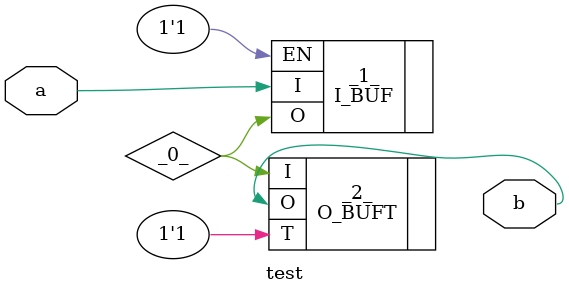
<source format=v>
/* Generated by Yosys 0.38 (git sha1 6c475f1f1, gcc 11.2.1 -fPIC -Os) */

module test(a, b);
  input a;
  output b;
  wire _0_;
  wire a;
  wire b;
  I_BUF #(
    .WEAK_KEEPER("NONE")
  ) _1_ (
    .EN(1'b1),
    .I(a),
    .O(_0_)
  );
  O_BUFT _2_ (
    .I(_0_),
    .O(b),
    .T(1'b1)
  );
endmodule

</source>
